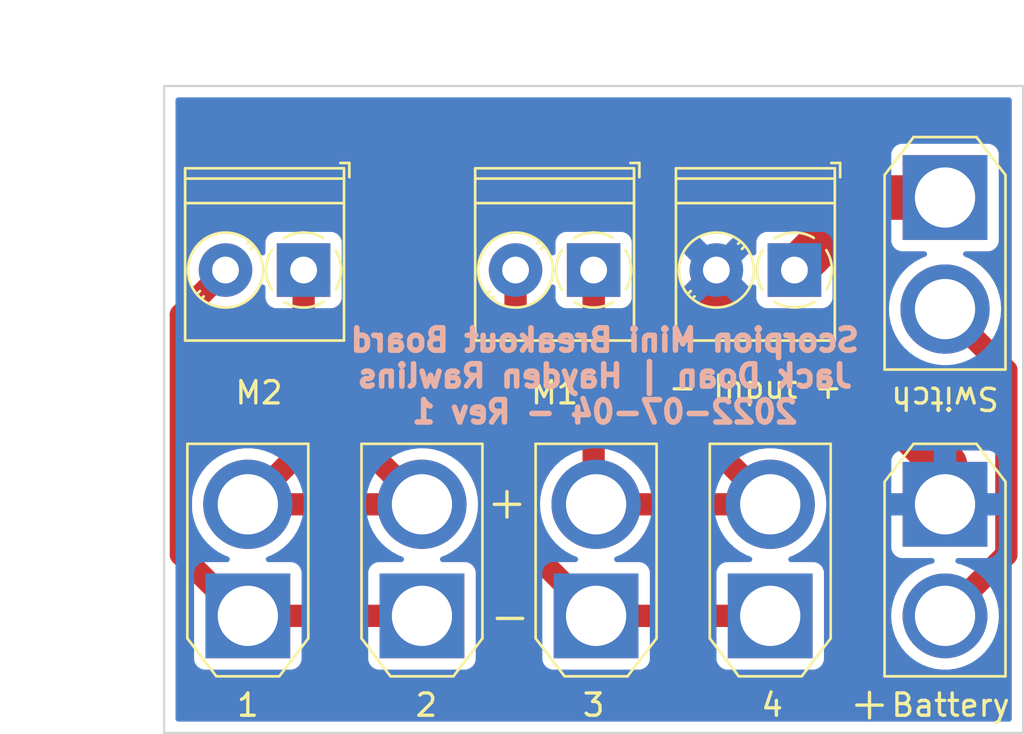
<source format=kicad_pcb>
(kicad_pcb (version 20211014) (generator pcbnew)
  (layers (0 "F.Cu" signal) (31 "B.Cu" signal) (34 "B.Paste" user) (35 "F.Paste" user) (36 "B.SilkS" user "B.Silkscreen") (37 "F.SilkS" user "F.Silkscreen") (38 "B.Mask" user) (39 "F.Mask" user) (44 "Edge.Cuts" user))
  (net 0 "")
  (net 1 "Net-(J1-Pad1)")
  (net 2 "Net-(J1-Pad2)")
  (net 3 "Net-(J4-Pad2)")
  (net 4 "Net-(J7-Pad2)")
  (net 5 "Net-(J7-Pad1)")
  (net 6 "Net-(J5-Pad2)")
  (net 7 "Net-(J5-Pad1)")
  (footprint "Connector_AMASS:AMASS_XT30U-F_1x02_P5.0mm_Vertical" (layer "F.Cu") (at 106.75 96.75 -90)
    (fp_text reference "J4" hide)
    (fp_text value "Switch")
    (fp_line (start 7.71 -2.71) (end 7.71 2.71) (layer "F.SilkS") (width 0.12))
    (fp_line (start -2.71 1.41) (end -1.01 2.71) (layer "F.SilkS") (width 0.12))
    (fp_line (start -2.71 -1.41) (end -1.01 -2.71) (layer "F.SilkS") (width 0.12))
    (fp_line (start -1.01 -2.71) (end 7.71 -2.71) (layer "F.SilkS") (width 0.12))
    (fp_line (start -1.01 2.71) (end 7.71 2.71) (layer "F.SilkS") (width 0.12))
    (fp_line (start -2.71 -1.41) (end -2.71 1.41) (layer "F.SilkS") (width 0.12))
    (pad "1" thru_hole rect (at 0 0 270) (size 3.8 3.8) (drill 2.7) (layers *.Cu *.Mask) (net 1 "Net-(J1-Pad1)"))
    (pad "2" thru_hole circle (at 5 0 270) (size 4 4) (drill 2.7) (layers *.Cu *.Mask) (net 3 "Net-(J4-Pad2)"))
  )
  (footprint "Connector_AMASS:AMASS_XT30U-F_1x02_P5.0mm_Vertical" (layer "F.Cu") (at 83.305 115.5 90)
    (fp_text reference "J7" hide)
    (fp_text value "M2 Out 1")
    (fp_line (start 7.71 -2.71) (end 7.71 2.71) (layer "F.SilkS") (width 0.12))
    (fp_line (start -2.71 1.41) (end -1.01 2.71) (layer "F.SilkS") (width 0.12))
    (fp_line (start -1.01 -2.71) (end 7.71 -2.71) (layer "F.SilkS") (width 0.12))
    (fp_line (start -1.01 2.71) (end 7.71 2.71) (layer "F.SilkS") (width 0.12))
    (fp_line (start -2.71 -1.41) (end -2.71 1.41) (layer "F.SilkS") (width 0.12))
    (fp_line (start -2.71 -1.41) (end -1.01 -2.71) (layer "F.SilkS") (width 0.12))
    (pad "1" thru_hole rect (at 0 0 90) (size 3.8 3.8) (drill 2.7) (layers *.Cu *.Mask) (net 5 "Net-(J7-Pad1)"))
    (pad "2" thru_hole circle (at 5 0 90) (size 4 4) (drill 2.7) (layers *.Cu *.Mask) (net 4 "Net-(J7-Pad2)"))
  )
  (footprint "TerminalBlock_Phoenix:TerminalBlock_Phoenix_PT-1,5-2-3.5-H_1x02_P3.50mm_Horizontal" (layer "F.Cu") (at 91 100 180)
    (fp_text reference "J2" hide)
    (fp_text value "M1")
    (fp_line (start 5.31 -3.16) (end 5.31 4.56) (layer "F.SilkS") (width 0.12))
    (fp_line (start -1.81 3) (end 5.31 3) (layer "F.SilkS") (width 0.12))
    (fp_line (start 4.57 -1.275) (end 4.476 -1.181) (layer "F.SilkS") (width 0.12))
    (fp_line (start -2.05 4.16) (end -2.05 4.8) (layer "F.SilkS") (width 0.12))
    (fp_line (start -1.81 -3.16) (end -1.81 4.56) (layer "F.SilkS") (width 0.12))
    (fp_line (start -2.05 4.8) (end -1.65 4.8) (layer "F.SilkS") (width 0.12))
    (fp_line (start 2.525 1.181) (end 2.431 1.274) (layer "F.SilkS") (width 0.12))
    (fp_line (start -1.81 4.56) (end 5.31 4.56) (layer "F.SilkS") (width 0.12))
    (fp_line (start -1.81 4.1) (end 5.31 4.1) (layer "F.SilkS") (width 0.12))
    (fp_line (start 2.355 0.941) (end 2.226 1.069) (layer "F.SilkS") (width 0.12))
    (fp_line (start 4.775 -1.069) (end 4.646 -0.941) (layer "F.SilkS") (width 0.12))
    (fp_line (start -1.81 -3.16) (end 5.31 -3.16) (layer "F.SilkS") (width 0.12))
    (fp_arc (start -1.425358 0.889894) (mid -1.680286 0.014012) (end -1.44 -0.866) (layer "F.SilkS") (width 0.12))
    (fp_arc (start 1.425504 -0.890193) (mid 1.680626 0.000476) (end 1.425 0.891) (layer "F.SilkS") (width 0.12))
    (fp_arc (start 0.890264 1.424721) (mid 0.463071 1.61492) (end 0 1.68) (layer "F.SilkS") (width 0.12))
    (fp_arc (start 0.028674 1.680099) (mid -0.435535 1.622918) (end -0.866 1.44) (layer "F.SilkS") (width 0.12))
    (fp_arc (start -0.889894 -1.425358) (mid -0.014012 -1.680286) (end 0.866 -1.44) (layer "F.SilkS") (width 0.12))
    (fp_circle (center 3.5 0) (end 5.18 0) (layer "F.SilkS") (width 0.12) (fill none))
    (pad "1" thru_hole rect locked (at 0 0 180) (size 2.4 2.4) (drill 1.2) (layers *.Cu *.Mask) (net 6 "Net-(J5-Pad2)"))
    (pad "2" thru_hole circle locked (at 3.5 0 180) (size 2.4 2.4) (drill 1.2) (layers *.Cu *.Mask) (net 7 "Net-(J5-Pad1)"))
  )
  (footprint "Connector_AMASS:AMASS_XT30U-F_1x02_P5.0mm_Vertical" (layer "F.Cu") (at 98.915 115.5 90)
    (fp_text reference "J5" hide)
    (fp_text value "M2 Out 1")
    (fp_line (start -1.01 2.71) (end 7.71 2.71) (layer "F.SilkS") (width 0.12))
    (fp_line (start 7.71 -2.71) (end 7.71 2.71) (layer "F.SilkS") (width 0.12))
    (fp_line (start -2.71 -1.41) (end -2.71 1.41) (layer "F.SilkS") (width 0.12))
    (fp_line (start -1.01 -2.71) (end 7.71 -2.71) (layer "F.SilkS") (width 0.12))
    (fp_line (start -2.71 1.41) (end -1.01 2.71) (layer "F.SilkS") (width 0.12))
    (fp_line (start -2.71 -1.41) (end -1.01 -2.71) (layer "F.SilkS") (width 0.12))
    (pad "1" thru_hole rect (at 0 0 90) (size 3.8 3.8) (drill 2.7) (layers *.Cu *.Mask) (net 7 "Net-(J5-Pad1)"))
    (pad "2" thru_hole circle (at 5 0 90) (size 4 4) (drill 2.7) (layers *.Cu *.Mask) (net 6 "Net-(J5-Pad2)"))
  )
  (footprint "Connector_AMASS:AMASS_XT30U-F_1x02_P5.0mm_Vertical" (layer "F.Cu") (at 75.5 115.5 90)
    (fp_text reference "J8" hide)
    (fp_text value "M2 Out 2")
    (fp_text user "+" (at 5 11.5 90) (layer "F.SilkS") (effects (font (size 1.5 1.5))))
    (fp_text user "-" (at 0 11.75) (layer "F.SilkS") (effects (font (size 1.5 1.5))))
    (fp_line (start -2.71 -1.41) (end -2.71 1.41) (layer "F.SilkS") (width 0.12))
    (fp_line (start -2.71 1.41) (end -1.01 2.71) (layer "F.SilkS") (width 0.12))
    (fp_line (start -2.71 -1.41) (end -1.01 -2.71) (layer "F.SilkS") (width 0.12))
    (fp_line (start -1.01 -2.71) (end 7.71 -2.71) (layer "F.SilkS") (width 0.12))
    (fp_line (start 7.71 -2.71) (end 7.71 2.71) (layer "F.SilkS") (width 0.12))
    (fp_line (start -1.01 2.71) (end 7.71 2.71) (layer "F.SilkS") (width 0.12))
    (pad "1" thru_hole rect (at 0 0 90) (size 3.8 3.8) (drill 2.7) (layers *.Cu *.Mask) (net 5 "Net-(J7-Pad1)"))
    (pad "2" thru_hole circle (at 5 0 90) (size 4 4) (drill 2.7) (layers *.Cu *.Mask) (net 4 "Net-(J7-Pad2)"))
  )
  (footprint "Connector_AMASS:AMASS_XT30U-F_1x02_P5.0mm_Vertical" (layer "F.Cu") (at 91.11 115.5 90)
    (fp_text reference "J6" hide)
    (fp_text value "M1 Out 2")
    (fp_line (start -2.71 1.41) (end -1.01 2.71) (layer "F.SilkS") (width 0.12))
    (fp_line (start 7.71 -2.71) (end 7.71 2.71) (layer "F.SilkS") (width 0.12))
    (fp_line (start -2.71 -1.41) (end -2.71 1.41) (layer "F.SilkS") (width 0.12))
    (fp_line (start -2.71 -1.41) (end -1.01 -2.71) (layer "F.SilkS") (width 0.12))
    (fp_line (start -1.01 2.71) (end 7.71 2.71) (layer "F.SilkS") (width 0.12))
    (fp_line (start -1.01 -2.71) (end 7.71 -2.71) (layer "F.SilkS") (width 0.12))
    (pad "1" thru_hole rect (at 0 0 90) (size 3.8 3.8) (drill 2.7) (layers *.Cu *.Mask) (net 7 "Net-(J5-Pad1)"))
    (pad "2" thru_hole circle (at 5 0 90) (size 4 4) (drill 2.7) (layers *.Cu *.Mask) (net 6 "Net-(J5-Pad2)"))
  )
  (footprint "Connector_AMASS:AMASS_XT30U-M_1x02_P5.0mm_Vertical" (layer "F.Cu") (at 106.75 110.5 -90)
    (fp_text reference "J9" hide)
    (fp_text value "Battery In")
    (fp_text user "+" (at 9 3.5 90) (layer "F.SilkS") (effects (font (size 1.5 1.5))))
    (fp_line (start -1.01 -2.71) (end 7.71 -2.71) (layer "F.SilkS") (width 0.12))
    (fp_line (start -1.01 2.71) (end 7.71 2.71) (layer "F.SilkS") (width 0.12))
    (fp_line (start -2.71 1.41) (end -1.01 2.71) (layer "F.SilkS") (width 0.12))
    (fp_line (start 7.71 -2.71) (end 7.71 2.71) (layer "F.SilkS") (width 0.12))
    (fp_line (start -2.71 -1.41) (end -2.71 1.41) (layer "F.SilkS") (width 0.12))
    (fp_line (start -2.71 -1.41) (end -1.01 -2.71) (layer "F.SilkS") (width 0.12))
    (pad "1" thru_hole rect (at 0 0 270) (size 3.8 3.8) (drill 2.7) (layers *.Cu *.Mask) (net 2 "Net-(J1-Pad2)"))
    (pad "2" thru_hole circle (at 5 0 270) (size 3.8 3.8) (drill 2.7) (layers *.Cu *.Mask) (net 3 "Net-(J4-Pad2)"))
  )
  (footprint "TerminalBlock_Phoenix:TerminalBlock_Phoenix_PT-1,5-2-3.5-H_1x02_P3.50mm_Horizontal" (layer "F.Cu") (at 100 100 180)
    (fp_text reference "J1" hide)
    (fp_text value "Battery")
    (fp_line (start 5.31 -3.16) (end 5.31 4.56) (layer "F.SilkS") (width 0.12))
    (fp_line (start -1.81 4.56) (end 5.31 4.56) (layer "F.SilkS") (width 0.12))
    (fp_line (start -1.81 4.1) (end 5.31 4.1) (layer "F.SilkS") (width 0.12))
    (fp_line (start 2.355 0.941) (end 2.226 1.069) (layer "F.SilkS") (width 0.12))
    (fp_line (start 4.775 -1.069) (end 4.646 -0.941) (layer "F.SilkS") (width 0.12))
    (fp_line (start -1.81 3) (end 5.31 3) (layer "F.SilkS") (width 0.12))
    (fp_line (start 4.57 -1.275) (end 4.476 -1.181) (layer "F.SilkS") (width 0.12))
    (fp_line (start -2.05 4.8) (end -1.65 4.8) (layer "F.SilkS") (width 0.12))
    (fp_line (start -1.81 -3.16) (end -1.81 4.56) (layer "F.SilkS") (width 0.12))
    (fp_line (start -1.81 -3.16) (end 5.31 -3.16) (layer "F.SilkS") (width 0.12))
    (fp_line (start 2.525 1.181) (end 2.431 1.274) (layer "F.SilkS") (width 0.12))
    (fp_line (start -2.05 4.16) (end -2.05 4.8) (layer "F.SilkS") (width 0.12))
    (fp_arc (start 1.425504 -0.890193) (mid 1.680626 0.000476) (end 1.425 0.891) (layer "F.SilkS") (width 0.12))
    (fp_arc (start -1.425358 0.889894) (mid -1.680286 0.014012) (end -1.44 -0.866) (layer "F.SilkS") (width 0.12))
    (fp_arc (start 0.028674 1.680099) (mid -0.435535 1.622918) (end -0.866 1.44) (layer "F.SilkS") (width 0.12))
    (fp_arc (start -0.889894 -1.425358) (mid -0.014012 -1.680286) (end 0.866 -1.44) (layer "F.SilkS") (width 0.12))
    (fp_arc (start 0.890264 1.424721) (mid 0.463071 1.61492) (end 0 1.68) (layer "F.SilkS") (width 0.12))
    (fp_circle (center 3.5 0) (end 5.18 0) (layer "F.SilkS") (width 0.12) (fill none))
    (pad "1" thru_hole rect locked (at 0 0 180) (size 2.4 2.4) (drill 1.2) (layers *.Cu *.Mask) (net 1 "Net-(J1-Pad1)"))
    (pad "2" thru_hole circle locked (at 3.5 0 180) (size 2.4 2.4) (drill 1.2) (layers *.Cu *.Mask) (net 2 "Net-(J1-Pad2)"))
  )
  (footprint "TerminalBlock_Phoenix:TerminalBlock_Phoenix_PT-1,5-2-3.5-H_1x02_P3.50mm_Horizontal" (layer "F.Cu") (at 78 100 180)
    (fp_text reference "J3" hide)
    (fp_text value "M2")
    (fp_line (start -1.81 -3.16) (end 5.31 -3.16) (layer "F.SilkS") (width 0.12))
    (fp_line (start -1.81 4.1) (end 5.31 4.1) (layer "F.SilkS") (width 0.12))
    (fp_line (start 5.31 -3.16) (end 5.31 4.56) (layer "F.SilkS") (width 0.12))
    (fp_line (start 2.525 1.181) (end 2.431 1.274) (layer "F.SilkS") (width 0.12))
    (fp_line (start 4.775 -1.069) (end 4.646 -0.941) (layer "F.SilkS") (width 0.12))
    (fp_line (start -2.05 4.8) (end -1.65 4.8) (layer "F.SilkS") (width 0.12))
    (fp_line (start -2.05 4.16) (end -2.05 4.8) (layer "F.SilkS") (width 0.12))
    (fp_line (start -1.81 3) (end 5.31 3) (layer "F.SilkS") (width 0.12))
    (fp_line (start 4.57 -1.275) (end 4.476 -1.181) (layer "F.SilkS") (width 0.12))
    (fp_line (start 2.355 0.941) (end 2.226 1.069) (layer "F.SilkS") (width 0.12))
    (fp_line (start -1.81 -3.16) (end -1.81 4.56) (layer "F.SilkS") (width 0.12))
    (fp_line (start -1.81 4.56) (end 5.31 4.56) (layer "F.SilkS") (width 0.12))
    (fp_arc (start 0.890264 1.424721) (mid 0.463071 1.61492) (end 0 1.68) (layer "F.SilkS") (width 0.12))
    (fp_arc (start 0.028674 1.680099) (mid -0.435535 1.622918) (end -0.866 1.44) (layer "F.SilkS") (width 0.12))
    (fp_arc (start -1.425358 0.889894) (mid -1.680286 0.014012) (end -1.44 -0.866) (layer "F.SilkS") (width 0.12))
    (fp_arc (start -0.889894 -1.425358) (mid -0.014012 -1.680286) (end 0.866 -1.44) (layer "F.SilkS") (width 0.12))
    (fp_arc (start 1.425504 -0.890193) (mid 1.680626 0.000476) (end 1.425 0.891) (layer "F.SilkS") (width 0.12))
    (fp_circle (center 3.5 0) (end 5.18 0) (layer "F.SilkS") (width 0.12) (fill none))
    (pad "1" thru_hole rect locked (at 0 0 180) (size 2.4 2.4) (drill 1.2) (layers *.Cu *.Mask) (net 4 "Net-(J7-Pad2)"))
    (pad "2" thru_hole circle locked (at 3.5 0 180) (size 2.4 2.4) (drill 1.2) (layers *.Cu *.Mask) (net 5 "Net-(J7-Pad1)"))
  )
  (gr_rect (start 110.25 120.75) (end 71.75 91.75) (layer "Edge.Cuts") (width 0.1) (fill none))
  (gr_text "Scorpion Mini Breakout Board\nJack Doan | Hayden Rawlins\n2022-07-04 - Rev 1" (at 91.5 104.75) (layer "B.SilkS") (effects (font (size 1 1) (thickness 0.25)) (justify mirror)))
  (gr_text "2" (at 83.5 119.5) (layer "F.SilkS") (effects (font (size 1 1))))
  (gr_text "3" (at 91 119.5) (layer "F.SilkS") (effects (font (size 1 1))))
  (gr_text "Switch" (at 106.75 105.75 180) (layer "F.SilkS") (effects (font (size 1 1))))
  (gr_text "4" (at 99 119.5) (layer "F.SilkS") (effects (font (size 1 1))))
  (gr_text "M1" (at 89.25 105.5) (layer "F.SilkS") (effects (font (size 1 1))))
  (gr_text "- Input +" (at 98.25 105.25) (layer "F.SilkS") (effects (font (size 1 1))))
  (gr_text "Battery" (at 107 119.5) (layer "F.SilkS") (effects (font (size 1 1))))
  (gr_text "M2" (at 76 105.5) (layer "F.SilkS") (effects (font (size 1 1))))
  (gr_text "1" (at 75.5 119.5) (layer "F.SilkS") (effects (font (size 1 1))))
  (segment (start 100 100) (end 103.25 96.75) (width 2) (layer "F.Cu") (net 1))
  (segment (start 103.25 96.75) (end 106.75 96.75) (width 2) (layer "F.Cu") (net 1))
  (segment (start 100.052944 105.25) (end 103.25 105.25) (width 2) (layer "F.Cu") (net 2))
  (segment (start 106.75 108.75) (end 106.75 110.5) (width 2) (layer "F.Cu") (net 2))
  (segment (start 106.75 110.25) (end 106.75 110.5) (width 0.25) (layer "F.Cu") (net 2))
  (segment (start 96.5 101.697056) (end 100.052944 105.25) (width 2) (layer "F.Cu") (net 2))
  (segment (start 96.5 100) (end 96.5 101.697056) (width 2) (layer "F.Cu") (net 2))
  (segment (start 103.25 105.25) (end 106.75 108.75) (width 2) (layer "F.Cu") (net 2))
  (segment (start 106.75 115.5) (end 107.5 115.5) (width 0.25) (layer "F.Cu") (net 3))
  (segment (start 106.75 101.75) (end 109.5 104.5) (width 1) (layer "F.Cu") (net 3))
  (segment (start 109.5 104.5) (end 109.5 112.75) (width 1) (layer "F.Cu") (net 3))
  (segment (start 109.5 112.75) (end 106.75 115.5) (width 1) (layer "F.Cu") (net 3))
  (segment (start 78 108) (end 78 105.195) (width 1) (layer "F.Cu") (net 4))
  (segment (start 78 100) (end 78 105.195) (width 1) (layer "F.Cu") (net 4))
  (segment (start 75.5 110.5) (end 78 108) (width 1) (layer "F.Cu") (net 4))
  (segment (start 75.5 110.5) (end 83.305 110.5) (width 1) (layer "F.Cu") (net 4))
  (segment (start 78 105.195) (end 83.305 110.5) (width 1) (layer "F.Cu") (net 4))
  (segment (start 72.5 112.75) (end 75.25 115.5) (width 1) (layer "F.Cu") (net 5))
  (segment (start 75.25 115.5) (end 75.5 115.5) (width 1) (layer "F.Cu") (net 5))
  (segment (start 74.5 100) (end 72.5 102) (width 1) (layer "F.Cu") (net 5))
  (segment (start 75.5 115.5) (end 83.305 115.5) (width 1) (layer "F.Cu") (net 5))
  (segment (start 72.5 102) (end 72.5 112.75) (width 1) (layer "F.Cu") (net 5))
  (segment (start 91 102.585) (end 98.915 110.5) (width 1) (layer "F.Cu") (net 6))
  (segment (start 98.915 110.5) (end 91.11 110.5) (width 1) (layer "F.Cu") (net 6))
  (segment (start 91 100) (end 91 102.585) (width 1) (layer "F.Cu") (net 6))
  (segment (start 91 110.39) (end 91.11 110.5) (width 1) (layer "F.Cu") (net 6))
  (segment (start 91 100) (end 91 110.39) (width 1) (layer "F.Cu") (net 6))
  (segment (start 91.11 115.5) (end 87.5 111.89) (width 1) (layer "F.Cu") (net 7))
  (segment (start 87.5 111.89) (end 87.5 100) (width 1) (layer "F.Cu") (net 7))
  (segment (start 91.11 115.5) (end 98.915 115.5) (width 1) (layer "F.Cu") (net 7))
  (zone (net 2) (net_name "Net-(J1-Pad2)") (layer "B.Cu") (connect_pads (clearance 0.508)) (min_thickness 0.254) (fill yes (thermal_gap 0.508) (thermal_bridge_width 1))
    (polygon (pts (xy 110.25 120.75) (xy 71.75 120.75) (xy 71.75 91.75) (xy 110.25 91.75)))
  )
)
</source>
